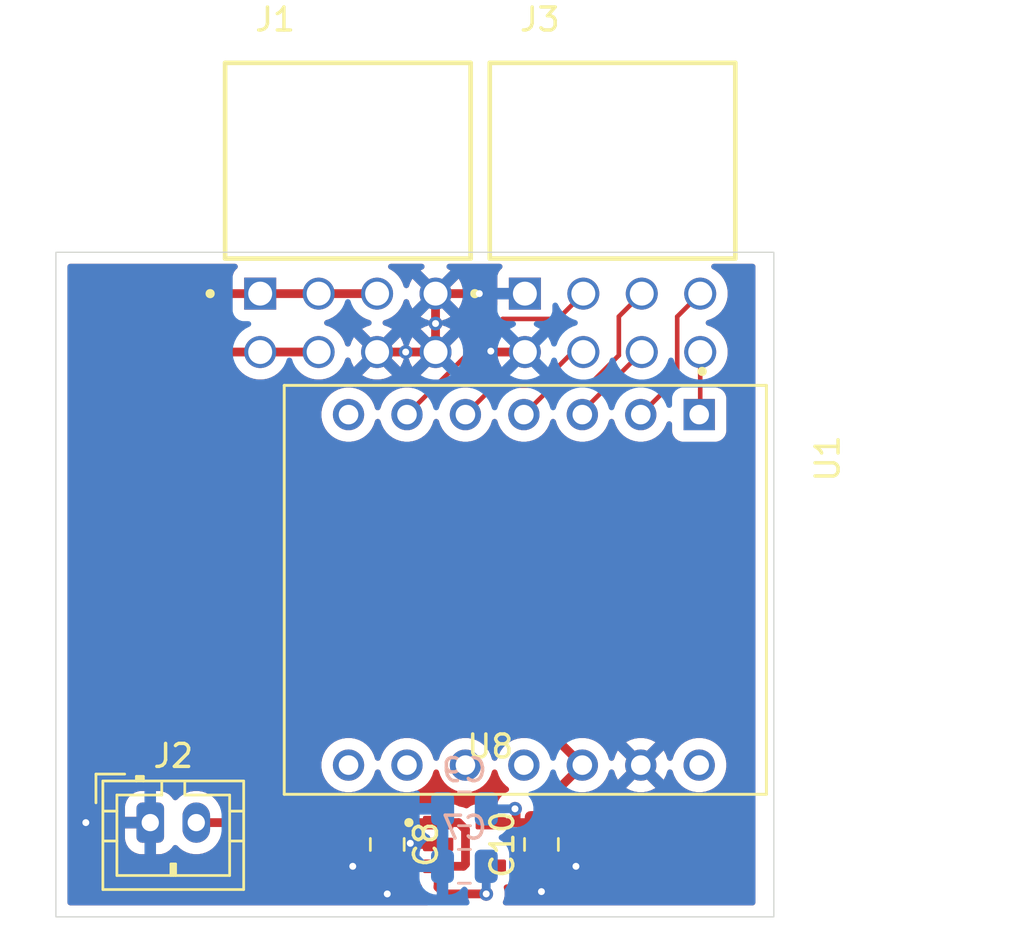
<source format=kicad_pcb>
(kicad_pcb (version 20241229) (generator "pcbnew") (generator_version "9.0")
  (layers (0 "F.Cu" signal) (2 "B.Cu" signal) (13 "F.Paste" user) (15 "B.Paste" user) (5 "F.SilkS" user "F.Silkscreen") (7 "B.SilkS" user "B.Silkscreen") (1 "F.Mask" user) (3 "B.Mask" user) (25 "Edge.Cuts" user))
  (net 0 "")
  (net 1 "+3V3")
  (net 2 "GND")
  (net 3 "+V_{BATT}")
  (net 4 "/SDA1")
  (net 5 "/SDA4")
  (net 6 "/SDA2")
  (net 7 "/SDA3")
  (net 8 "/SCL")
  (net 11 "/SDA5")
  (footprint "ESP32C3 Mux:ESP32C3" (layer "F.Cu") (at 166.1 114.58 -90)
    (property "Reference" "U1" (at -5.715 -13.135 90) (layer "F.SilkS"))
    (property "Value" "ESP32C3")
    (fp_line (start -8.89 10.4775) (end -8.89 -10.4775) (stroke (width 0.127)) (layer "F.SilkS"))
    (fp_line (start 8.89 10.4775) (end -8.89 10.4775) (stroke (width 0.127)) (layer "F.SilkS"))
    (fp_line (start -8.89 -10.4775) (end 8.89 -10.4775) (stroke (width 0.127)) (layer "F.SilkS"))
    (fp_line (start 8.89 -10.4775) (end 8.89 10.4775) (stroke (width 0.127)) (layer "F.SilkS"))
    (fp_circle (center -9.5 -7.6835) (end -9.4 -7.6835) (stroke (width 0.2)) (fill no) (layer "F.SilkS"))
    (pad "1" thru_hole rect (at -7.62 -7.5565 270) (size 1.358 1.358) (drill 0.85) (layers "*.Cu" "*.Mask") (net 8 "/SCL"))
    (pad "2" thru_hole circle (at -7.62 -5.0165 270) (size 1.358 1.358) (drill 0.85) (layers "*.Cu" "*.Mask") (net 4 "/SDA1"))
    (pad "3" thru_hole circle (at -7.62 -2.4765 270) (size 1.358 1.358) (drill 0.85) (layers "*.Cu" "*.Mask") (net 6 "/SDA2"))
    (pad "4" thru_hole circle (at -7.62 0.0635 270) (size 1.358 1.358) (drill 0.85) (layers "*.Cu" "*.Mask") (net 7 "/SDA3"))
    (pad "5" thru_hole circle (at -7.62 2.6035 270) (size 1.358 1.358) (drill 0.85) (layers "*.Cu" "*.Mask") (net 5 "/SDA4"))
    (pad "6" thru_hole circle (at -7.62 5.1435 270) (size 1.358 1.358) (drill 0.85) (layers "*.Cu" "*.Mask") (net 11 "/SDA5"))
    (pad "7" thru_hole circle (at -7.62 7.6835 270) (size 1.358 1.358) (drill 0.85) (layers "*.Cu" "*.Mask"))
    (pad "8" thru_hole circle (at 7.62 7.6835 270) (size 1.358 1.358) (drill 0.85) (layers "*.Cu" "*.Mask"))
    (pad "9" thru_hole circle (at 7.62 5.1435 270) (size 1.358 1.358) (drill 0.85) (layers "*.Cu" "*.Mask"))
    (pad "10" thru_hole circle (at 7.62 2.6035 270) (size 1.358 1.358) (drill 0.85) (layers "*.Cu" "*.Mask"))
    (pad "11" thru_hole circle (at 7.62 0.0635 270) (size 1.358 1.358) (drill 0.85) (layers "*.Cu" "*.Mask"))
    (pad "12" thru_hole circle (at 7.62 -2.4765 270) (size 1.358 1.358) (drill 0.85) (layers "*.Cu" "*.Mask") (net 1 "+3V3"))
    (pad "13" thru_hole circle (at 7.62 -5.0165 270) (size 1.358 1.358) (drill 0.85) (layers "*.Cu" "*.Mask") (net 2 "GND"))
    (pad "14" thru_hole circle (at 7.62 -7.5565 270) (size 1.358 1.358) (drill 0.85) (layers "*.Cu" "*.Mask"))
  )
  (footprint "Capacitor_SMD:C_0805_2012Metric" (layer "F.Cu") (at 166.8 125.65 -90)
    (property "Reference" "C10" (at 0 1.7 90) (layer "F.SilkS"))
    (property "Value" "10uF")
    (fp_line (start -0.261252 0.735) (end 0.261252 0.735) (stroke (width 0.12)) (layer "F.SilkS"))
    (fp_line (start -0.261252 -0.735) (end 0.261252 -0.735) (stroke (width 0.12)) (layer "F.SilkS"))
    (pad "1" smd roundrect (at -0.95 0 270) (size 1 1.45) (layers "F.Cu" "F.Mask" "F.Paste") (net 1 "+3V3"))
    (pad "2" smd roundrect (at 0.95 0 270) (size 1 1.45) (layers "F.Cu" "F.Mask" "F.Paste") (net 2 "GND"))
  )
  (footprint "ESP32C3 Mux:SOT95P280X145-5N" (layer "F.Cu") (at 163.455 125.65)
    (property "Reference" "U8" (at 1.12 -4.26 0) (layer "F.SilkS"))
    (property "Value" "STLQ015M33R")
    (fp_circle (center -2.415 -0.95) (end -2.315 -0.95) (stroke (width 0.2)) (fill no) (layer "F.SilkS"))
    (pad "1" smd roundrect (at -1.145 -0.95) (size 1.32 0.59) (layers "F.Cu" "F.Mask" "F.Paste") (roundrect_rratio 0.125) (net 3 "+V_{BATT}"))
    (pad "2" smd roundrect (at -1.145 0) (size 1.32 0.59) (layers "F.Cu" "F.Mask" "F.Paste") (roundrect_rratio 0.125) (net 2 "GND"))
    (pad "3" smd roundrect (at -1.145 0.95) (size 1.32 0.59) (layers "F.Cu" "F.Mask" "F.Paste") (roundrect_rratio 0.125) (net 3 "+V_{BATT}"))
    (pad "4" smd roundrect (at 1.145 0.95) (size 1.32 0.59) (layers "F.Cu" "F.Mask" "F.Paste") (roundrect_rratio 0.125))
    (pad "5" smd roundrect (at 1.145 -0.95) (size 1.32 0.59) (layers "F.Cu" "F.Mask" "F.Paste") (roundrect_rratio 0.125) (net 1 "+3V3"))
  )
  (footprint "Capacitor_SMD:C_0805_2012Metric" (layer "F.Cu") (at 160.1 125.65 -90)
    (property "Reference" "C8" (at 0 -1.68 90) (layer "F.SilkS"))
    (property "Value" "1uF")
    (fp_line (start -0.261252 0.735) (end 0.261252 0.735) (stroke (width 0.12)) (layer "F.SilkS"))
    (fp_line (start -0.261252 -0.735) (end 0.261252 -0.735) (stroke (width 0.12)) (layer "F.SilkS"))
    (pad "1" smd roundrect (at -0.95 0 270) (size 1 1.45) (layers "F.Cu" "F.Mask" "F.Paste") (net 3 "+V_{BATT}"))
    (pad "2" smd roundrect (at 0.95 0 270) (size 1 1.45) (layers "F.Cu" "F.Mask" "F.Paste") (net 2 "GND"))
  )
  (footprint "Connector_JST:JST_PH_B2B-PH-K_1x02_P2.00mm_Vertical" (layer "F.Cu") (at 149.8 124.7)
    (property "Reference" "J2" (at 1 -2.9 0) (layer "F.SilkS"))
    (property "Value" "Conn_01x02_Socket")
    (fp_line (start -2.36 -2.11) (end -2.36 -0.86) (stroke (width 0.12)) (layer "F.SilkS"))
    (fp_line (start -2.06 -1.81) (end -2.06 2.91) (stroke (width 0.12)) (layer "F.SilkS"))
    (fp_line (start -2.06 -0.5) (end -1.45 -0.5) (stroke (width 0.12)) (layer "F.SilkS"))
    (fp_line (start -2.06 0.8) (end -1.45 0.8) (stroke (width 0.12)) (layer "F.SilkS"))
    (fp_line (start -2.06 2.91) (end 4.06 2.91) (stroke (width 0.12)) (layer "F.SilkS"))
    (fp_line (start -1.45 -1.2) (end -1.45 2.3) (stroke (width 0.12)) (layer "F.SilkS"))
    (fp_line (start -1.45 2.3) (end 3.45 2.3) (stroke (width 0.12)) (layer "F.SilkS"))
    (fp_line (start -1.11 -2.11) (end -2.36 -2.11) (stroke (width 0.12)) (layer "F.SilkS"))
    (fp_line (start -0.6 -2.01) (end -0.6 -1.81) (stroke (width 0.12)) (layer "F.SilkS"))
    (fp_line (start -0.3 -2.01) (end -0.6 -2.01) (stroke (width 0.12)) (layer "F.SilkS"))
    (fp_line (start -0.3 -1.91) (end -0.6 -1.91) (stroke (width 0.12)) (layer "F.SilkS"))
    (fp_line (start -0.3 -1.81) (end -0.3 -2.01) (stroke (width 0.12)) (layer "F.SilkS"))
    (fp_line (start 0.5 -1.81) (end 0.5 -1.2) (stroke (width 0.12)) (layer "F.SilkS"))
    (fp_line (start 0.5 -1.2) (end -1.45 -1.2) (stroke (width 0.12)) (layer "F.SilkS"))
    (fp_line (start 0.9 1.8) (end 1.1 1.8) (stroke (width 0.12)) (layer "F.SilkS"))
    (fp_line (start 0.9 2.3) (end 0.9 1.8) (stroke (width 0.12)) (layer "F.SilkS"))
    (fp_line (start 1 2.3) (end 1 1.8) (stroke (width 0.12)) (layer "F.SilkS"))
    (fp_line (start 1.1 1.8) (end 1.1 2.3) (stroke (width 0.12)) (layer "F.SilkS"))
    (fp_line (start 1.5 -1.2) (end 1.5 -1.81) (stroke (width 0.12)) (layer "F.SilkS"))
    (fp_line (start 3.45 -1.2) (end 1.5 -1.2) (stroke (width 0.12)) (layer "F.SilkS"))
    (fp_line (start 3.45 2.3) (end 3.45 -1.2) (stroke (width 0.12)) (layer "F.SilkS"))
    (fp_line (start 4.06 -1.81) (end -2.06 -1.81) (stroke (width 0.12)) (layer "F.SilkS"))
    (fp_line (start 4.06 -0.5) (end 3.45 -0.5) (stroke (width 0.12)) (layer "F.SilkS"))
    (fp_line (start 4.06 0.8) (end 3.45 0.8) (stroke (width 0.12)) (layer "F.SilkS"))
    (fp_line (start 4.06 2.91) (end 4.06 -1.81) (stroke (width 0.12)) (layer "F.SilkS"))
    (pad "1" thru_hole roundrect (at 0 0) (size 1.2 1.75) (drill 0.75) (layers "*.Cu" "*.Mask") (roundrect_rratio 0.208333) (net 2 "GND"))
    (pad "2" thru_hole oval (at 2 0) (size 1.2 1.75) (drill 0.75) (layers "*.Cu" "*.Mask") (net 3 "+V_{BATT}"))
  )
  (footprint "ESP32C3 Mux:SAMTEC_SSW-104-22-F-D-RA" (layer "F.Cu") (at 166.08 101.6995)
    (property "Reference" "J3" (at 0.65 -11.919 0) (layer "F.SilkS"))
    (property "Value" "SSW-104-22-F-D-RA")
    (fp_line (start -1.525 -1.524) (end -1.525 -10.034) (stroke (width 0.2)) (layer "F.SilkS"))
    (fp_line (start 9.145 -10.034) (end -1.525 -10.034) (stroke (width 0.2)) (layer "F.SilkS"))
    (fp_line (start 9.145 -10.034) (end 9.145 -1.524) (stroke (width 0.2)) (layer "F.SilkS"))
    (fp_line (start 9.145 -1.524) (end -1.525 -1.524) (stroke (width 0.2)) (layer "F.SilkS"))
    (fp_circle (center -2.175 0) (end -2.075 0) (stroke (width 0.2)) (fill no) (layer "F.SilkS"))
    (pad "01" thru_hole rect (at 0 0) (size 1.39 1.39) (drill 1.04) (layers "*.Cu" "*.Mask") (net 2 "GND"))
    (pad "02" thru_hole circle (at 0 2.54) (size 1.39 1.39) (drill 1.04) (layers "*.Cu" "*.Mask") (net 2 "GND"))
    (pad "03" thru_hole circle (at 2.54 0) (size 1.39 1.39) (drill 1.04) (layers "*.Cu" "*.Mask") (net 11 "/SDA5"))
    (pad "04" thru_hole circle (at 2.54 2.54) (size 1.39 1.39) (drill 1.04) (layers "*.Cu" "*.Mask") (net 5 "/SDA4"))
    (pad "05" thru_hole circle (at 5.08 0) (size 1.39 1.39) (drill 1.04) (layers "*.Cu" "*.Mask") (net 7 "/SDA3"))
    (pad "06" thru_hole circle (at 5.08 2.54) (size 1.39 1.39) (drill 1.04) (layers "*.Cu" "*.Mask") (net 6 "/SDA2"))
    (pad "07" thru_hole circle (at 7.62 0) (size 1.39 1.39) (drill 1.04) (layers "*.Cu" "*.Mask") (net 4 "/SDA1"))
    (pad "08" thru_hole circle (at 7.62 2.54) (size 1.39 1.39) (drill 1.04) (layers "*.Cu" "*.Mask") (net 8 "/SCL"))
  )
  (footprint "ESP32C3 Mux:SAMTEC_SSW-104-22-F-D-RA" (layer "F.Cu") (at 154.5775 101.6995)
    (property "Reference" "J1" (at 0.65 -11.919 0) (layer "F.SilkS"))
    (property "Value" "SSW-104-22-F-D-RA")
    (fp_line (start -1.525 -1.524) (end -1.525 -10.034) (stroke (width 0.2)) (layer "F.SilkS"))
    (fp_line (start 9.145 -10.034) (end -1.525 -10.034) (stroke (width 0.2)) (layer "F.SilkS"))
    (fp_line (start 9.145 -10.034) (end 9.145 -1.524) (stroke (width 0.2)) (layer "F.SilkS"))
    (fp_line (start 9.145 -1.524) (end -1.525 -1.524) (stroke (width 0.2)) (layer "F.SilkS"))
    (fp_circle (center -2.175 0) (end -2.075 0) (stroke (width 0.2)) (fill no) (layer "F.SilkS"))
    (pad "01" thru_hole rect (at 0 0) (size 1.39 1.39) (drill 1.04) (layers "*.Cu" "*.Mask") (net 1 "+3V3"))
    (pad "02" thru_hole circle (at 0 2.54) (size 1.39 1.39) (drill 1.04) (layers "*.Cu" "*.Mask") (net 1 "+3V3"))
    (pad "03" thru_hole circle (at 2.54 0) (size 1.39 1.39) (drill 1.04) (layers "*.Cu" "*.Mask") (net 1 "+3V3"))
    (pad "04" thru_hole circle (at 2.54 2.54) (size 1.39 1.39) (drill 1.04) (layers "*.Cu" "*.Mask") (net 1 "+3V3"))
    (pad "05" thru_hole circle (at 5.08 0) (size 1.39 1.39) (drill 1.04) (layers "*.Cu" "*.Mask") (net 1 "+3V3"))
    (pad "06" thru_hole circle (at 5.08 2.54) (size 1.39 1.39) (drill 1.04) (layers "*.Cu" "*.Mask") (net 2 "GND"))
    (pad "07" thru_hole circle (at 7.62 0) (size 1.39 1.39) (drill 1.04) (layers "*.Cu" "*.Mask") (net 2 "GND"))
    (pad "08" thru_hole circle (at 7.62 2.54) (size 1.39 1.39) (drill 1.04) (layers "*.Cu" "*.Mask") (net 2 "GND"))
  )
  (footprint "Capacitor_SMD:C_0805_2012Metric" (layer "B.Cu") (at 163.45 126.6 180)
    (property "Reference" "C7" (at 0 1.68 180) (layer "B.SilkS") (effects (justify mirror)))
    (property "Value" "10uF")
    (fp_line (start -0.261252 0.735) (end 0.261252 0.735) (stroke (width 0.12)) (layer "B.SilkS"))
    (fp_line (start -0.261252 -0.735) (end 0.261252 -0.735) (stroke (width 0.12)) (layer "B.SilkS"))
    (pad "1" smd roundrect (at -0.95 0 180) (size 1 1.45) (layers "B.Cu" "B.Mask" "B.Paste") (net 3 "+V_{BATT}"))
    (pad "2" smd roundrect (at 0.95 0 180) (size 1 1.45) (layers "B.Cu" "B.Mask" "B.Paste") (net 2 "GND"))
  )
  (footprint "Capacitor_SMD:C_0805_2012Metric" (layer "B.Cu") (at 163.455 124.1 180)
    (property "Reference" "C9" (at 0 1.68 0) (layer "B.SilkS") (effects (justify mirror)))
    (property "Value" "1uF")
    (fp_line (start -0.261252 0.735) (end 0.261252 0.735) (stroke (width 0.12)) (layer "B.SilkS"))
    (fp_line (start -0.261252 -0.735) (end 0.261252 -0.735) (stroke (width 0.12)) (layer "B.SilkS"))
    (pad "1" smd roundrect (at -0.95 0 180) (size 1 1.45) (layers "B.Cu" "B.Mask" "B.Paste") (net 1 "+3V3"))
    (pad "2" smd roundrect (at 0.95 0 180) (size 1 1.45) (layers "B.Cu" "B.Mask" "B.Paste") (net 2 "GND"))
  )
  (gr_rect (start 145.7 99.9) (end 176.9 128.8) (stroke (width 0.05)) (fill no) (layer "Edge.Cuts"))
  (segment (start 154.5775 104.2395) (end 157.1175 104.2395) (width 0.381) (layer "F.Cu") (net 1))
  (segment (start 166.8 124.7) (end 165.7 124.7) (width 0.381) (layer "F.Cu") (net 1))
  (segment (start 152.3 105.9235) (end 152.3 104.2) (width 0.381) (layer "F.Cu") (net 1))
  (segment (start 153.0005 101.6995) (end 154.5775 101.6995) (width 0.381) (layer "F.Cu") (net 1))
  (segment (start 152.3 104.2) (end 152.3 102.4) (width 0.381) (layer "F.Cu") (net 1))
  (segment (start 165.7 124.7) (end 164.6 124.7) (width 0.381) (layer "F.Cu") (net 1))
  (segment (start 165.7 124.7) (end 165.7 124.15) (width 0.381) (layer "F.Cu") (net 1))
  (segment (start 157.1175 101.6995) (end 159.6575 101.6995) (width 0.381) (layer "F.Cu") (net 1))
  (segment (start 157.1175 101.6995) (end 154.5775 101.6995) (width 0.381) (layer "F.Cu") (net 1))
  (segment (start 152.3395 104.2395) (end 152.3 104.2) (width 0.381) (layer "F.Cu") (net 1))
  (segment (start 154.5775 104.2395) (end 152.3395 104.2395) (width 0.381) (layer "F.Cu") (net 1))
  (segment (start 166.8 124.7) (end 166.8 123.9765) (width 0.381) (layer "F.Cu") (net 1))
  (segment (start 168.5765 122.2) (end 152.3 105.9235) (width 0.381) (layer "F.Cu") (net 1))
  (segment (start 166.8 123.9765) (end 168.5765 122.2) (width 0.381) (layer "F.Cu") (net 1))
  (segment (start 152.3 102.4) (end 153.0005 101.6995) (width 0.381) (layer "F.Cu") (net 1))
  (segment (start 165.7 124.15) (end 165.65 124.1) (width 0.381) (layer "F.Cu") (net 1))
  (via (at 165.65 124.1) (size 0.6) (drill 0.3) (layers "F.Cu" "B.Cu") (net 1))
  (segment (start 165.65 124.1) (end 164.405 124.1) (width 0.381) (layer "B.Cu") (net 1))
  (segment (start 166.8 126.6) (end 166.8 127.7) (width 0.381) (layer "F.Cu") (net 2))
  (segment (start 166.08 104.2395) (end 164.6395 104.2395) (width 0.381) (layer "F.Cu") (net 2))
  (segment (start 167.1 126.6) (end 168.3 126.6) (width 0.381) (layer "F.Cu") (net 2))
  (segment (start 164.1 101.6995) (end 162.1975 101.6995) (width 0.381) (layer "F.Cu") (net 2))
  (segment (start 164.6395 104.2395) (end 164.6 104.2) (width 0.381) (layer "F.Cu") (net 2))
  (segment (start 160.1 126.6) (end 160.1 127.8) (width 0.381) (layer "F.Cu") (net 2))
  (segment (start 162.1975 103) (end 162.1975 101.6995) (width 0.381) (layer "F.Cu") (net 2))
  (segment (start 160.9 104.2395) (end 162.1975 104.2395) (width 0.381) (layer "F.Cu") (net 2))
  (segment (start 166.8 126.6) (end 167.1 126.6) (width 0.381) (layer "F.Cu") (net 2))
  (segment (start 149.8 124.7) (end 147 124.7) (width 0.381) (layer "F.Cu") (net 2))
  (segment (start 159.6575 104.2395) (end 160.9 104.2395) (width 0.381) (layer "F.Cu") (net 2))
  (segment (start 162.1975 104.2395) (end 162.1975 103) (width 0.381) (layer "F.Cu") (net 2))
  (segment (start 160.1 126.6) (end 158.6 126.6) (width 0.381) (layer "F.Cu") (net 2))
  (segment (start 159.6575 104.2395) (end 159.6605 104.2395) (width 0.381) (layer "F.Cu") (net 2))
  (segment (start 161.15 125.65) (end 161.1 125.6) (width 0.381) (layer "F.Cu") (net 2))
  (segment (start 166.08 101.6995) (end 164.1 101.6995) (width 0.381) (layer "F.Cu") (net 2))
  (segment (start 162.31 125.65) (end 161.15 125.65) (width 0.381) (layer "F.Cu") (net 2))
  (via (at 161.1 125.6) (size 0.6) (drill 0.3) (layers "F.Cu" "B.Cu") (net 2))
  (via (at 164.6 104.2) (size 0.6) (drill 0.3) (layers "F.Cu" "B.Cu") (net 2))
  (via (at 147 124.7) (size 0.6) (drill 0.3) (layers "F.Cu" "B.Cu") (net 2))
  (via (at 164.1 101.6995) (size 0.6) (drill 0.3) (layers "F.Cu" "B.Cu") (net 2))
  (via (at 166.8 127.7) (size 0.6) (drill 0.3) (layers "F.Cu" "B.Cu") (net 2))
  (via (at 168.3 126.6) (size 0.6) (drill 0.3) (layers "F.Cu" "B.Cu") (net 2))
  (via (at 162.1975 103) (size 0.6) (drill 0.3) (layers "F.Cu" "B.Cu") (net 2))
  (via (at 160.1 127.8) (size 0.6) (drill 0.3) (layers "F.Cu" "B.Cu") (net 2))
  (via (at 160.9 104.2395) (size 0.6) (drill 0.3) (layers "F.Cu" "B.Cu") (net 2))
  (via (at 158.6 126.6) (size 0.6) (drill 0.3) (layers "F.Cu" "B.Cu") (net 2))
  (segment (start 161.7 126.6) (end 162.5 126.6) (width 0.381) (layer "B.Cu") (net 2))
  (segment (start 161.1 126) (end 161.7 126.6) (width 0.381) (layer "B.Cu") (net 2))
  (segment (start 161.1 125.6) (end 161.1 126) (width 0.381) (layer "B.Cu") (net 2))
  (segment (start 162.31 124.7) (end 160.1 124.7) (width 0.381) (layer "F.Cu") (net 3))
  (segment (start 164.4 127.8) (end 162.6 127.8) (width 0.381) (layer "F.Cu") (net 3))
  (segment (start 163.5 125) (end 163.2 124.7) (width 0.381) (layer "F.Cu") (net 3))
  (segment (start 162.31 126.6) (end 163.4 126.6) (width 0.381) (layer "F.Cu") (net 3))
  (segment (start 162.3 127.5) (end 162.31 127.49) (width 0.381) (layer "F.Cu") (net 3))
  (segment (start 160.1 124.7) (end 151.8 124.7) (width 0.381) (layer "F.Cu") (net 3))
  (segment (start 163.5 126.5) (end 163.5 125) (width 0.381) (layer "F.Cu") (net 3))
  (segment (start 162.6 127.8) (end 162.3 127.5) (width 0.381) (layer "F.Cu") (net 3))
  (segment (start 163.4 126.6) (end 163.5 126.5) (width 0.381) (layer "F.Cu") (net 3))
  (segment (start 162.31 127.49) (end 162.31 126.6) (width 0.381) (layer "F.Cu") (net 3))
  (segment (start 163.2 124.7) (end 162.31 124.7) (width 0.381) (layer "F.Cu") (net 3))
  (via (at 164.4 127.8) (size 0.6) (drill 0.3) (layers "F.Cu" "B.Cu") (net 3))
  (segment (start 164.4 126.6) (end 164.4 127.8) (width 0.381) (layer "B.Cu") (net 3))
  (segment (start 172.7 105.3765) (end 171.1165 106.96) (width 0.2) (layer "F.Cu") (net 4))
  (segment (start 172.7 102.6995) (end 172.7 105.3765) (width 0.2) (layer "F.Cu") (net 4))
  (segment (start 171.1165 106.96) (end 170.7271 106.96) (width 0.2) (layer "F.Cu") (net 4))
  (segment (start 173.7 101.6995) (end 172.7 102.6995) (width 0.2) (layer "F.Cu") (net 4))
  (segment (start 166.7 105.7) (end 164.7565 105.7) (width 0.2) (layer "F.Cu") (net 5))
  (segment (start 168.62 104.2395) (end 168.1605 104.2395) (width 0.2) (layer "F.Cu") (net 5))
  (segment (start 164.7565 105.7) (end 163.4965 106.96) (width 0.2) (layer "F.Cu") (net 5))
  (segment (start 168.1605 104.2395) (end 166.7 105.7) (width 0.2) (layer "F.Cu") (net 5))
  (segment (start 171.16 104.2395) (end 168.5765 106.823) (width 0.2) (layer "F.Cu") (net 6))
  (segment (start 168.5765 106.823) (end 168.5765 106.96) (width 0.2) (layer "F.Cu") (net 6))
  (segment (start 171.16 101.6995) (end 170.164 102.6955) (width 0.2) (layer "F.Cu") (net 7))
  (segment (start 167.3965 105.6) (end 166.0365 106.96) (width 0.2) (layer "F.Cu") (net 7))
  (segment (start 170.164 102.6955) (end 170.164 104.382601) (width 0.2) (layer "F.Cu") (net 7))
  (segment (start 168.946601 105.6) (end 167.3965 105.6) (width 0.2) (layer "F.Cu") (net 7))
  (segment (start 170.164 104.382601) (end 168.946601 105.6) (width 0.2) (layer "F.Cu") (net 7))
  (segment (start 173.7 106.9165) (end 173.6565 106.96) (width 0.2) (layer "F.Cu") (net 8))
  (segment (start 173.7 104.2395) (end 173.7 106.9165) (width 0.2) (layer "F.Cu") (net 8))
  (segment (start 167.5195 102.8) (end 165.1165 102.8) (width 0.2) (layer "F.Cu") (net 11))
  (segment (start 165.1165 102.8) (end 160.9565 106.96) (width 0.2) (layer "F.Cu") (net 11))
  (segment (start 168.62 101.6995) (end 167.5195 102.8) (width 0.2) (layer "F.Cu") (net 11))
  (zone (net 2) (net_name "GND") (layer "F.Cu") (priority 1) (connect_pads (clearance 0.5)) (min_thickness 0.25) (fill yes (thermal_gap 0.5) (thermal_bridge_width 0.5))
    (polygon (pts (xy 144.8 99.7) (xy 176.1 99.7) (xy 176.1 128.8) (xy 144.8 128.8)))
  )
  (zone (net 2) (net_name "GND") (layer "B.Cu") (connect_pads (clearance 0.5)) (min_thickness 0.25) (fill yes (thermal_gap 0.5) (thermal_bridge_width 0.5))
    (polygon (pts (xy 144.9 99.4) (xy 176.1 99.4) (xy 176.1 128.8) (xy 144.9 128.8)))
  )
)
</source>
